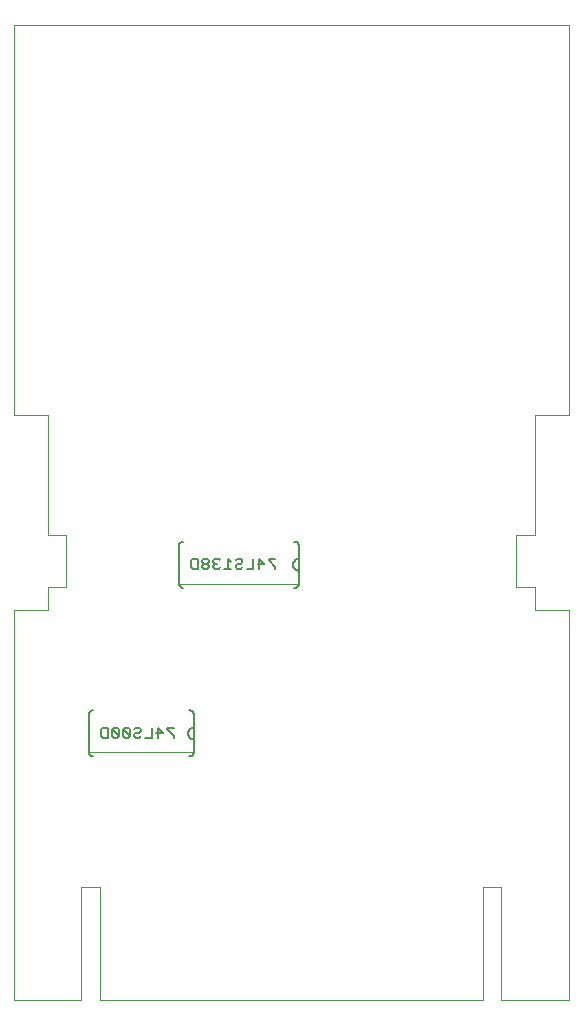
<source format=gbo>
G75*
%MOIN*%
%OFA0B0*%
%FSLAX24Y24*%
%IPPOS*%
%LPD*%
%AMOC8*
5,1,8,0,0,1.08239X$1,22.5*
%
%ADD10C,0.0000*%
%ADD11C,0.0060*%
%ADD12C,0.0020*%
D10*
X000180Y002550D02*
X002430Y002550D01*
X002430Y006300D01*
X003055Y006300D01*
X003055Y002550D01*
X015805Y002550D01*
X015805Y006300D01*
X016430Y006300D01*
X016430Y002550D01*
X018680Y002550D01*
X018680Y015550D01*
X017555Y015550D01*
X017555Y016300D01*
X016930Y016300D01*
X016930Y018050D01*
X017555Y018050D01*
X017555Y022050D01*
X018680Y022050D01*
X018680Y035050D01*
X000180Y035050D01*
X000180Y022050D01*
X001305Y022050D01*
X001305Y018050D01*
X001930Y018050D01*
X001930Y016300D01*
X001305Y016300D01*
X001305Y015550D01*
X000180Y015550D01*
X000180Y002550D01*
D11*
X002680Y010805D02*
X002680Y012045D01*
X002682Y012068D01*
X002687Y012091D01*
X002696Y012113D01*
X002709Y012133D01*
X002724Y012151D01*
X002742Y012166D01*
X002762Y012179D01*
X002784Y012188D01*
X002807Y012193D01*
X002830Y012195D01*
X003145Y011620D02*
X003315Y011620D01*
X003315Y011280D01*
X003145Y011280D01*
X003088Y011337D01*
X003088Y011564D01*
X003145Y011620D01*
X003457Y011564D02*
X003683Y011337D01*
X003627Y011280D01*
X003513Y011280D01*
X003457Y011337D01*
X003457Y011564D01*
X003513Y011620D01*
X003627Y011620D01*
X003683Y011564D01*
X003683Y011337D01*
X003825Y011337D02*
X003882Y011280D01*
X003995Y011280D01*
X004052Y011337D01*
X003825Y011564D01*
X003825Y011337D01*
X003825Y011564D02*
X003882Y011620D01*
X003995Y011620D01*
X004052Y011564D01*
X004052Y011337D01*
X004193Y011337D02*
X004250Y011280D01*
X004363Y011280D01*
X004420Y011337D01*
X004363Y011450D02*
X004420Y011507D01*
X004420Y011564D01*
X004363Y011620D01*
X004250Y011620D01*
X004193Y011564D01*
X004250Y011450D02*
X004193Y011393D01*
X004193Y011337D01*
X004250Y011450D02*
X004363Y011450D01*
X004562Y011280D02*
X004788Y011280D01*
X004788Y011620D01*
X004987Y011620D02*
X005157Y011450D01*
X004930Y011450D01*
X004987Y011280D02*
X004987Y011620D01*
X005298Y011620D02*
X005298Y011564D01*
X005525Y011337D01*
X005525Y011280D01*
X005525Y011620D02*
X005298Y011620D01*
X006030Y012195D02*
X006053Y012193D01*
X006076Y012188D01*
X006098Y012179D01*
X006118Y012166D01*
X006136Y012151D01*
X006151Y012133D01*
X006164Y012113D01*
X006173Y012091D01*
X006178Y012068D01*
X006180Y012045D01*
X006180Y011625D01*
X006180Y011225D01*
X006180Y010805D01*
X006178Y010782D01*
X006173Y010759D01*
X006164Y010737D01*
X006151Y010717D01*
X006136Y010699D01*
X006118Y010684D01*
X006098Y010671D01*
X006076Y010662D01*
X006053Y010657D01*
X006030Y010655D01*
X006180Y011225D02*
X006153Y011227D01*
X006126Y011232D01*
X006100Y011242D01*
X006076Y011254D01*
X006054Y011270D01*
X006034Y011288D01*
X006017Y011310D01*
X006002Y011333D01*
X005992Y011358D01*
X005984Y011384D01*
X005980Y011411D01*
X005980Y011439D01*
X005984Y011466D01*
X005992Y011492D01*
X006002Y011517D01*
X006017Y011540D01*
X006034Y011562D01*
X006054Y011580D01*
X006076Y011596D01*
X006100Y011608D01*
X006126Y011618D01*
X006153Y011623D01*
X006180Y011625D01*
X005830Y016280D02*
X005807Y016282D01*
X005784Y016287D01*
X005762Y016296D01*
X005742Y016309D01*
X005724Y016324D01*
X005709Y016342D01*
X005696Y016362D01*
X005687Y016384D01*
X005682Y016407D01*
X005680Y016430D01*
X005680Y017670D01*
X005682Y017693D01*
X005687Y017716D01*
X005696Y017738D01*
X005709Y017758D01*
X005724Y017776D01*
X005742Y017791D01*
X005762Y017804D01*
X005784Y017813D01*
X005807Y017818D01*
X005830Y017820D01*
X006152Y017245D02*
X006322Y017245D01*
X006322Y016905D01*
X006152Y016905D01*
X006095Y016962D01*
X006095Y017189D01*
X006152Y017245D01*
X006463Y017189D02*
X006463Y017132D01*
X006520Y017075D01*
X006633Y017075D01*
X006690Y017132D01*
X006690Y017189D01*
X006633Y017245D01*
X006520Y017245D01*
X006463Y017189D01*
X006520Y017075D02*
X006463Y017018D01*
X006463Y016962D01*
X006520Y016905D01*
X006633Y016905D01*
X006690Y016962D01*
X006690Y017018D01*
X006633Y017075D01*
X006832Y017018D02*
X006832Y016962D01*
X006888Y016905D01*
X007002Y016905D01*
X007058Y016962D01*
X007200Y016905D02*
X007427Y016905D01*
X007313Y016905D02*
X007313Y017245D01*
X007427Y017132D01*
X007568Y017189D02*
X007625Y017245D01*
X007738Y017245D01*
X007795Y017189D01*
X007795Y017132D01*
X007738Y017075D01*
X007625Y017075D01*
X007568Y017018D01*
X007568Y016962D01*
X007625Y016905D01*
X007738Y016905D01*
X007795Y016962D01*
X007937Y016905D02*
X008163Y016905D01*
X008163Y017245D01*
X008305Y017075D02*
X008532Y017075D01*
X008362Y017245D01*
X008362Y016905D01*
X008673Y017189D02*
X008900Y016962D01*
X008900Y016905D01*
X008900Y017245D02*
X008673Y017245D01*
X008673Y017189D01*
X009530Y017820D02*
X009553Y017818D01*
X009576Y017813D01*
X009598Y017804D01*
X009618Y017791D01*
X009636Y017776D01*
X009651Y017758D01*
X009664Y017738D01*
X009673Y017716D01*
X009678Y017693D01*
X009680Y017670D01*
X009680Y017250D01*
X009680Y016850D01*
X009680Y016430D01*
X009678Y016407D01*
X009673Y016384D01*
X009664Y016362D01*
X009651Y016342D01*
X009636Y016324D01*
X009618Y016309D01*
X009598Y016296D01*
X009576Y016287D01*
X009553Y016282D01*
X009530Y016280D01*
X009680Y016850D02*
X009653Y016852D01*
X009626Y016857D01*
X009600Y016867D01*
X009576Y016879D01*
X009554Y016895D01*
X009534Y016913D01*
X009517Y016935D01*
X009502Y016958D01*
X009492Y016983D01*
X009484Y017009D01*
X009480Y017036D01*
X009480Y017064D01*
X009484Y017091D01*
X009492Y017117D01*
X009502Y017142D01*
X009517Y017165D01*
X009534Y017187D01*
X009554Y017205D01*
X009576Y017221D01*
X009600Y017233D01*
X009626Y017243D01*
X009653Y017248D01*
X009680Y017250D01*
X007058Y017189D02*
X007002Y017245D01*
X006888Y017245D01*
X006832Y017189D01*
X006832Y017132D01*
X006888Y017075D01*
X006832Y017018D01*
X006888Y017075D02*
X006945Y017075D01*
X002680Y010805D02*
X002682Y010782D01*
X002687Y010759D01*
X002696Y010737D01*
X002709Y010717D01*
X002724Y010699D01*
X002742Y010684D01*
X002762Y010671D01*
X002784Y010662D01*
X002807Y010657D01*
X002830Y010655D01*
D12*
X002680Y010795D02*
X006180Y010795D01*
X005680Y016420D02*
X009680Y016420D01*
M02*

</source>
